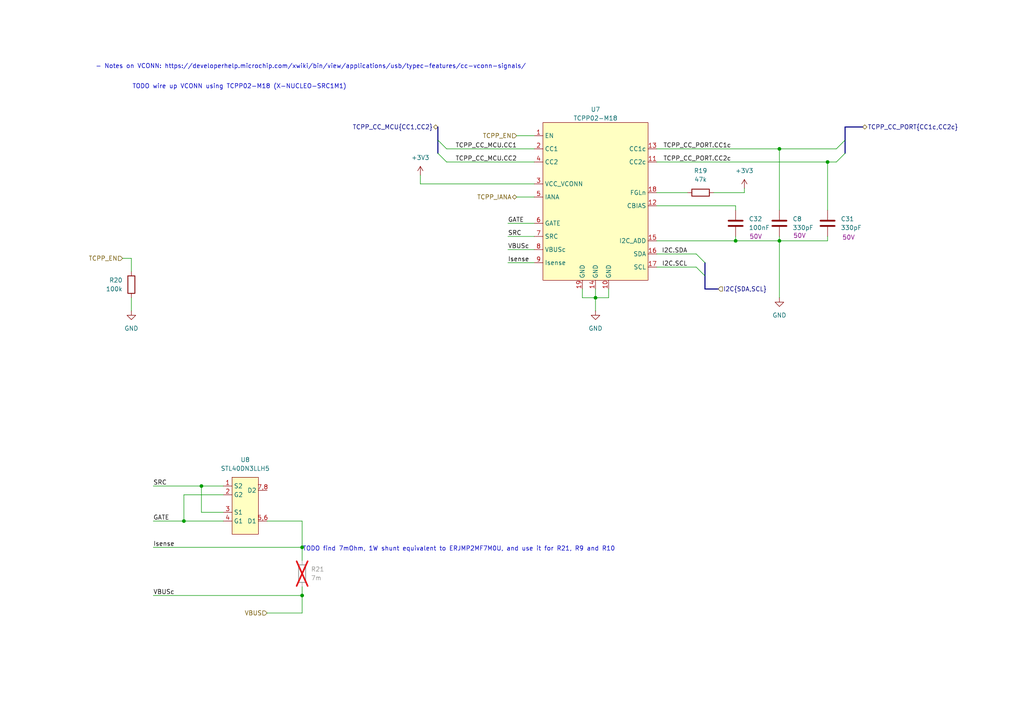
<source format=kicad_sch>
(kicad_sch (version 20231120) (generator "eeschema") (generator_version "8.0")
  (paper "A4")
  (lib_symbols
    (symbol "Device:C" (pin_numbers hide) (pin_names (offset 0.254))
      (property "Reference" "C" (at 0.635 2.54 0))
      (property "Value" "C" (at 0.635 -2.54 0))
      (symbol "C_0_1"
        (polyline (pts (xy -2.032 -0.762) (xy 2.032 -0.762)) (stroke (width 0.508)))
        (polyline (pts (xy -2.032 0.762) (xy 2.032 0.762)) (stroke (width 0.508)))
      )
      (symbol "C_1_1"
        (pin passive line (at 0 3.81 270) (length 2.794) (name "~") (number "1"))
        (pin passive line (at 0 -3.81 90) (length 2.794) (name "~") (number "2"))
      )
    )
    (symbol "Device:R" (pin_numbers hide) (pin_names (offset 0))
      (property "Reference" "R" (at 2.032 0 90))
      (property "Value" "R" (at 0 0 90))
      (symbol "R_0_1"
        (rectangle (start -1.016 -2.54) (end 1.016 2.54) (stroke (width 0.254)))
      )
      (symbol "R_1_1"
        (pin passive line (at 0 3.81 270) (length 1.27) (name "~") (number "1"))
        (pin passive line (at 0 -3.81 90) (length 1.27) (name "~") (number "2"))
      )
    )
    (symbol "power:+3V3" (power) (pin_numbers hide) (pin_names (offset 0) hide)
      (property "Value" "+3V3" (at 0 3.556 0))
      (symbol "+3V3_0_1"
        (polyline (pts (xy -0.762 1.27) (xy 0 2.54)))
        (polyline (pts (xy 0 0) (xy 0 2.54)))
        (polyline (pts (xy 0 2.54) (xy 0.762 1.27)))
      )
      (symbol "+3V3_1_1"
        (pin power_in line (at 0 0 90) (length 0) (name "~") (number "1"))
      )
    )
    (symbol "power:GND" (power) (pin_numbers hide) (pin_names (offset 0) hide)
      (property "Value" "GND" (at 0 -3.81 0))
      (symbol "GND_0_1"
        (polyline (pts (xy 0 0) (xy 0 -1.27) (xy 1.27 -1.27) (xy 0 -2.54) (xy -1.27 -1.27) (xy 0 -1.27)))
      )
      (symbol "GND_1_1"
        (pin power_in line (at 0 0 270) (length 0) (name "~") (number "1"))
      )
    )
    (symbol "usb_zekers:STL40DN3LLH5"
      (property "Reference" "U" (at 0 0 0))
      (property "Value" "STL40DN3LLH5" (at 0 0 0))
      (symbol "STL40DN3LLH5_1_1"
        (rectangle (start -3.81 17.78) (end 3.81 1.27) (fill (type background)))
        (pin power_in line (at -6.35 15.24 0) (length 2.54) (name "S2") (number "1"))
        (pin input line (at -6.35 12.7 0) (length 2.54) (name "G2") (number "2"))
        (pin power_in line (at -6.35 7.62 0) (length 2.54) (name "S1") (number "3"))
        (pin input line (at -6.35 5.08 0) (length 2.54) (name "G1") (number "4"))
        (pin power_out line (at 6.35 5.08 180) (length 2.54) (name "D1") (number "5,6"))
        (pin power_out line (at 6.35 13.97 180) (length 2.54) (name "D2") (number "7,8"))
      )
    )
    (symbol "usb_zekers:TCPP02-M18"
      (property "Reference" "U" (at 0 -0.254 0))
      (property "Value" "TCPP02-M18" (at 0.254 -2.794 0))
      (symbol "TCPP02-M18_1_1"
        (rectangle (start -15.24 52.07) (end 15.24 6.35) (fill (type background)))
        (pin input line (at -17.78 48.26 0) (length 2.54) (name "EN") (number "1"))
        (pin power_out line (at 3.81 3.81 90) (length 2.54) (name "GND") (number "10"))
        (pin bidirectional line (at 17.78 40.64 180) (length 2.54) (name "CC2c") (number "11"))
        (pin output line (at 17.78 27.94 180) (length 2.54) (name "CBIAS") (number "12"))
        (pin bidirectional line (at 17.78 44.45 180) (length 2.54) (name "CC1c") (number "13"))
        (pin power_out line (at 0 3.81 90) (length 2.54) (name "GND") (number "14"))
        (pin input line (at 17.78 17.78 180) (length 2.54) (name "I2C_ADD") (number "15"))
        (pin bidirectional line (at 17.78 13.97 180) (length 2.54) (name "SDA") (number "16"))
        (pin bidirectional line (at 17.78 10.16 180) (length 2.54) (name "SCL") (number "17"))
        (pin output line (at 17.78 31.75 180) (length 2.54) (name "FGLn") (number "18"))
        (pin power_out line (at -3.81 3.81 90) (length 2.54) (name "GND") (number "19"))
        (pin bidirectional line (at -17.78 44.45 0) (length 2.54) (name "CC1") (number "2"))
        (pin power_in line (at -17.78 34.29 0) (length 2.54) (name "VCC_VCONN") (number "3"))
        (pin bidirectional line (at -17.78 40.64 0) (length 2.54) (name "CC2") (number "4"))
        (pin output line (at -17.78 30.48 0) (length 2.54) (name "IANA") (number "5"))
        (pin output line (at -17.78 22.86 0) (length 2.54) (name "GATE") (number "6"))
        (pin input line (at -17.78 19.05 0) (length 2.54) (name "SRC") (number "7"))
        (pin input line (at -17.78 15.24 0) (length 2.54) (name "VBUSc") (number "8"))
        (pin input line (at -17.78 11.43 0) (length 2.54) (name "Isense") (number "9"))
      )
    )
  )
  (junction (at 226.06 69.85))
  (junction (at 213.36 69.85))
  (junction (at 172.72 86.36))
  (junction (at 53.34 151.13))
  (junction (at 87.63 158.75))
  (junction (at 226.06 43.18))
  (junction (at 240.03 46.99))
  (junction (at 58.42 140.97))
  (junction (at 87.63 172.72))
  (bus_entry (at 201.93 73.66) (size 2.54 2.54))
  (bus_entry (at 201.93 77.47) (size 2.54 2.54))
  (bus_entry (at 129.54 43.18) (size -2.54 -2.54))
  (bus_entry (at 129.54 46.99) (size -2.54 -2.54))
  (bus_entry (at 242.57 46.99) (size 2.54 -2.54))
  (bus_entry (at 242.57 43.18) (size 2.54 -2.54))
  (wire (pts (xy 190.5 77.47) (xy 201.93 77.47)))
  (wire (pts (xy 44.45 172.72) (xy 87.63 172.72)))
  (wire (pts (xy 207.01 55.88) (xy 215.9 55.88)))
  (wire (pts (xy 240.03 46.99) (xy 242.57 46.99)))
  (wire (pts (xy 53.34 151.13) (xy 64.77 151.13)))
  (wire (pts (xy 44.45 151.13) (xy 53.34 151.13)))
  (wire (pts (xy 226.06 43.18) (xy 242.57 43.18)))
  (bus (pts (xy 204.47 76.2) (xy 204.47 80.01)))
  (wire (pts (xy 168.91 86.36) (xy 172.72 86.36)))
  (wire (pts (xy 149.86 57.15) (xy 154.94 57.15)))
  (wire (pts (xy 240.03 68.58) (xy 240.03 69.85)))
  (wire (pts (xy 190.5 46.99) (xy 240.03 46.99)))
  (wire (pts (xy 226.06 86.36) (xy 226.06 69.85)))
  (wire (pts (xy 44.45 140.97) (xy 58.42 140.97)))
  (wire (pts (xy 213.36 59.69) (xy 190.5 59.69)))
  (bus (pts (xy 127 40.64) (xy 127 36.83)))
  (wire (pts (xy 240.03 69.85) (xy 226.06 69.85)))
  (wire (pts (xy 87.63 172.72) (xy 87.63 177.8)))
  (wire (pts (xy 87.63 158.75) (xy 87.63 162.56)))
  (wire (pts (xy 172.72 86.36) (xy 172.72 90.17)))
  (wire (pts (xy 77.47 177.8) (xy 87.63 177.8)))
  (wire (pts (xy 53.34 143.51) (xy 53.34 151.13)))
  (bus (pts (xy 245.11 40.64) (xy 245.11 36.83)))
  (wire (pts (xy 35.56 74.93) (xy 38.1 74.93)))
  (wire (pts (xy 44.45 158.75) (xy 87.63 158.75)))
  (wire (pts (xy 149.86 39.37) (xy 154.94 39.37)))
  (wire (pts (xy 213.36 69.85) (xy 226.06 69.85)))
  (wire (pts (xy 240.03 46.99) (xy 240.03 60.96)))
  (wire (pts (xy 168.91 83.82) (xy 168.91 86.36)))
  (wire (pts (xy 190.5 43.18) (xy 226.06 43.18)))
  (wire (pts (xy 147.32 72.39) (xy 154.94 72.39)))
  (bus (pts (xy 127 44.45) (xy 127 40.64)))
  (bus (pts (xy 208.28 83.82) (xy 204.47 83.82)))
  (wire (pts (xy 190.5 55.88) (xy 199.39 55.88)))
  (wire (pts (xy 121.92 50.8) (xy 121.92 53.34)))
  (wire (pts (xy 176.53 83.82) (xy 176.53 86.36)))
  (wire (pts (xy 176.53 86.36) (xy 172.72 86.36)))
  (wire (pts (xy 226.06 69.85) (xy 226.06 68.58)))
  (wire (pts (xy 38.1 86.36) (xy 38.1 90.17)))
  (wire (pts (xy 213.36 60.96) (xy 213.36 59.69)))
  (wire (pts (xy 38.1 74.93) (xy 38.1 78.74)))
  (wire (pts (xy 190.5 73.66) (xy 201.93 73.66)))
  (wire (pts (xy 147.32 64.77) (xy 154.94 64.77)))
  (wire (pts (xy 64.77 140.97) (xy 58.42 140.97)))
  (wire (pts (xy 213.36 69.85) (xy 190.5 69.85)))
  (wire (pts (xy 226.06 43.18) (xy 226.06 60.96)))
  (wire (pts (xy 129.54 46.99) (xy 154.94 46.99)))
  (wire (pts (xy 172.72 83.82) (xy 172.72 86.36)))
  (wire (pts (xy 213.36 68.58) (xy 213.36 69.85)))
  (wire (pts (xy 147.32 76.2) (xy 154.94 76.2)))
  (bus (pts (xy 245.11 36.83) (xy 250.19 36.83)))
  (wire (pts (xy 121.92 53.34) (xy 154.94 53.34)))
  (bus (pts (xy 204.47 83.82) (xy 204.47 80.01)))
  (wire (pts (xy 87.63 151.13) (xy 87.63 158.75)))
  (wire (pts (xy 58.42 148.59) (xy 64.77 148.59)))
  (wire (pts (xy 147.32 68.58) (xy 154.94 68.58)))
  (bus (pts (xy 245.11 44.45) (xy 245.11 40.64)))
  (wire (pts (xy 215.9 55.88) (xy 215.9 54.61)))
  (wire (pts (xy 64.77 143.51) (xy 53.34 143.51)))
  (wire (pts (xy 87.63 170.18) (xy 87.63 172.72)))
  (wire (pts (xy 77.47 151.13) (xy 87.63 151.13)))
  (wire (pts (xy 58.42 140.97) (xy 58.42 148.59)))
  (wire (pts (xy 129.54 43.18) (xy 154.94 43.18)))
  (text "TODO wire up VCONN using TCPP02-M18 (X-NUCLEO-SRC1M1)" (at 38.354 25.908 0) (effects (font (size 1.27 1.27)) (justify left bottom)))
  (text "TODO find 7mOhm, 1W shunt equivalent to ERJMP2MF7M0U, and use it for R21, R9 and R10" (at 133.096 159.258 0) (effects (font (size 1.27 1.27))))
  (text "- Notes on VCONN: https://developerhelp.microchip.com/xwiki/bin/view/applications/usb/typec-features/cc-vconn-signals/" (at 27.686 20.066 0) (effects (font (size 1.27 1.27)) (justify left bottom)))
  (label "TCPP_CC_PORT.CC2c" (at 212.09 46.99 180))
  (label "I2C.SCL" (at 199.39 77.47 180))
  (label "GATE" (at 147.32 64.77 0))
  (label "TCPP_CC_MCU.CC2" (at 132.08 46.99 0))
  (label "Isense" (at 44.45 158.75 0))
  (label "Isense" (at 147.32 76.2 0))
  (label "GATE" (at 44.45 151.13 0))
  (label "VBUSc" (at 147.32 72.39 0))
  (label "TCPP_CC_PORT.CC1c" (at 212.09 43.18 180))
  (label "I2C.SDA" (at 199.39 73.66 180))
  (label "VBUSc" (at 44.45 172.72 0))
  (label "SRC" (at 44.45 140.97 0))
  (label "TCPP_CC_MCU.CC1" (at 132.08 43.18 0))
  (label "SRC" (at 147.32 68.58 0))
  (hierarchical_label "TCPP_CC_MCU{CC1,CC2}" (shape bidirectional) (at 127 36.83 180))
  (hierarchical_label "I2C{SDA,SCL}" (shape input) (at 208.28 83.82 0))
  (hierarchical_label "TCPP_IANA" (shape bidirectional) (at 149.86 57.15 180))
  (hierarchical_label "TCPP_EN" (shape input) (at 149.86 39.37 180))
  (hierarchical_label "TCPP_EN" (shape input) (at 35.56 74.93 180))
  (hierarchical_label "TCPP_CC_PORT{CC1c,CC2c}" (shape bidirectional) (at 250.19 36.83 0))
  (hierarchical_label "VBUS" (shape input) (at 77.47 177.8 180))
  (symbol (lib_id "usb_zekers:STL40DN3LLH5") (at 71.12 156.21 0) (unit 1)
    (property "Reference" "U8" (at 71.12 133.35 0))
    (property "Value" "STL40DN3LLH5" (at 71.12 135.89 0))
    (property "Datasheet" "https://www.st.com/resource/en/datasheet/stl40dn3llh5.pdf" (effects (hide yes)))
  )
  (symbol (lib_id "Device:C") (at 240.03 64.77 0) (unit 1)
    (property "Reference" "C31" (at 243.84 63.4999 0) (effects (justify left)))
    (property "Value" "330pF" (at 243.84 66.0399 0) (effects (justify left)))
    (property "Description" "Unpolarized capacitor" (effects (hide yes)))
    (property "V_{max}" "50V" (at 246.126 68.834 0))
  )
  (symbol (lib_id "Device:R") (at 38.1 82.55 0) (mirror y) (unit 1)
    (property "Reference" "R20" (at 35.56 81.2799 0) (effects (justify left)))
    (property "Value" "100k" (at 35.56 83.8199 0) (effects (justify left)))
    (property "Description" "Resistor" (effects (hide yes)))
  )
  (symbol (lib_id "Device:C") (at 226.06 64.77 0) (unit 1)
    (property "Reference" "C8" (at 229.87 63.4999 0) (effects (justify left)))
    (property "Value" "330pF" (at 229.87 66.0399 0) (effects (justify left)))
    (property "Description" "Unpolarized capacitor" (effects (hide yes)))
    (property "V_{max}" "50V" (at 231.902 68.326 0))
  )
  (symbol (lib_id "power:GND") (at 172.72 90.17 0) (unit 1)
    (property "Reference" "#PWR039" (effects (hide yes)))
    (property "Value" "GND" (at 172.72 95.25 0))
    (property "Description" "Power symbol creates a global label with name \"GND\" , ground" (effects (hide yes)))
  )
  (symbol (lib_id "power:+3V3") (at 215.9 54.61 0) (unit 1)
    (property "Reference" "#PWR042" (effects (hide yes)))
    (property "Value" "+3V3" (at 215.9 49.53 0))
    (property "Description" "Power symbol creates a global label with name \"+3V3\"" (effects (hide yes)))
  )
  (symbol (lib_id "power:GND") (at 226.06 86.36 0) (unit 1)
    (property "Reference" "#PWR040" (effects (hide yes)))
    (property "Value" "GND" (at 226.06 91.44 0))
    (property "Description" "Power symbol creates a global label with name \"GND\" , ground" (effects (hide yes)))
  )
  (symbol (lib_id "power:GND") (at 38.1 90.17 0) (unit 1)
    (property "Reference" "#PWR041" (effects (hide yes)))
    (property "Value" "GND" (at 38.1 95.25 0))
    (property "Description" "Power symbol creates a global label with name \"GND\" , ground" (effects (hide yes)))
  )
  (symbol (lib_id "Device:R") (at 87.63 166.37 0) (unit 1) (dnp yes)
    (property "Reference" "R21" (at 90.17 165.0999 0) (effects (justify left)))
    (property "Value" "7m" (at 90.17 167.6399 0) (effects (justify left)))
    (property "Footprint" "Resistor_SMD:R_0815_2038Metric_Pad1.20x4.05mm_HandSolder" (effects (hide yes)))
  )
  (symbol (lib_id "Device:C") (at 213.36 64.77 0) (unit 1)
    (property "Reference" "C32" (at 217.17 63.4999 0) (effects (justify left)))
    (property "Value" "100nF" (at 217.17 66.0399 0) (effects (justify left)))
    (property "Description" "Unpolarized capacitor" (effects (hide yes)))
    (property "V_{max}" "50V" (at 219.202 68.58 0))
  )
  (symbol (lib_id "usb_zekers:TCPP02-M18") (at 172.72 87.63 0) (unit 1)
    (property "Reference" "U7" (at 172.72 31.75 0))
    (property "Value" "TCPP02-M18" (at 172.72 34.29 0))
    (property "Footprint" "usb-zekers:TCPP02-M18" (effects (hide yes)))
    (property "Datasheet" "https://www.st.com/resource/en/datasheet/tcpp02-m18.pdf" (effects (hide yes)))
  )
  (symbol (lib_id "Device:R") (at 203.2 55.88 90) (unit 1)
    (property "Reference" "R19" (at 203.2 49.53 90))
    (property "Value" "47k" (at 203.2 52.07 90))
    (property "Description" "Resistor" (effects (hide yes)))
  )
  (symbol (lib_id "power:+3V3") (at 121.92 50.8 0) (unit 1)
    (property "Reference" "#PWR036" (effects (hide yes)))
    (property "Value" "+3V3" (at 121.92 45.72 0))
    (property "Description" "Power symbol creates a global label with name \"+3V3\"" (effects (hide yes)))
  )
)
</source>
